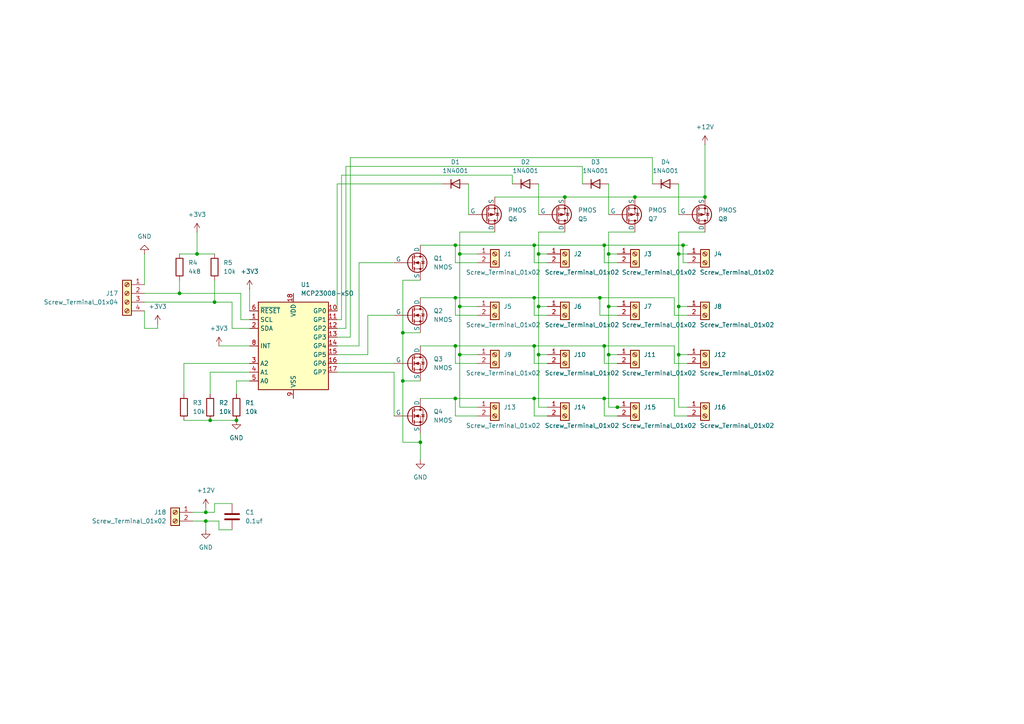
<source format=kicad_sch>
(kicad_sch (version 20250114) (generator "eeschema") (generator_version "9.0")
  (paper "A4")
  (lib_symbols
    (symbol "Connector:Screw_Terminal_01x02" (pin_names (offset 1.016) (hide yes))
      (property "Reference" "J" (at 0 2.54 0))
      (property "Value" "Screw_Terminal_01x02" (at 0 -5.08 0))
      (symbol "Screw_Terminal_01x02_1_1"
        (rectangle (start -1.27 1.27) (end 1.27 -3.81) (stroke (width 0.254)) (fill (type background)))
        (polyline (pts (xy -0.5334 0.3302) (xy 0.3302 -0.508)) (stroke (width 0.1524)))
        (polyline (pts (xy -0.5334 -2.2098) (xy 0.3302 -3.048)) (stroke (width 0.1524)))
        (polyline (pts (xy -0.3556 0.508) (xy 0.508 -0.3302)) (stroke (width 0.1524)))
        (polyline (pts (xy -0.3556 -2.032) (xy 0.508 -2.8702)) (stroke (width 0.1524)))
        (circle (center 0 0) (radius 0.635) (stroke (width 0.1524)))
        (circle (center 0 -2.54) (radius 0.635) (stroke (width 0.1524)))
        (pin passive line (at -5.08 0 0) (length 3.81) (name "Pin_1") (number "1"))
        (pin passive line (at -5.08 -2.54 0) (length 3.81) (name "Pin_2") (number "2"))
      )
    )
    (symbol "Connector:Screw_Terminal_01x04" (pin_names (offset 1.016) (hide yes))
      (property "Reference" "J" (at 0 5.08 0))
      (property "Value" "Screw_Terminal_01x04" (at 0 -7.62 0))
      (symbol "Screw_Terminal_01x04_1_1"
        (rectangle (start -1.27 3.81) (end 1.27 -6.35) (stroke (width 0.254)) (fill (type background)))
        (polyline (pts (xy -0.5334 2.8702) (xy 0.3302 2.032)) (stroke (width 0.1524)))
        (polyline (pts (xy -0.5334 0.3302) (xy 0.3302 -0.508)) (stroke (width 0.1524)))
        (polyline (pts (xy -0.5334 -2.2098) (xy 0.3302 -3.048)) (stroke (width 0.1524)))
        (polyline (pts (xy -0.5334 -4.7498) (xy 0.3302 -5.588)) (stroke (width 0.1524)))
        (polyline (pts (xy -0.3556 3.048) (xy 0.508 2.2098)) (stroke (width 0.1524)))
        (polyline (pts (xy -0.3556 0.508) (xy 0.508 -0.3302)) (stroke (width 0.1524)))
        (polyline (pts (xy -0.3556 -2.032) (xy 0.508 -2.8702)) (stroke (width 0.1524)))
        (polyline (pts (xy -0.3556 -4.572) (xy 0.508 -5.4102)) (stroke (width 0.1524)))
        (circle (center 0 2.54) (radius 0.635) (stroke (width 0.1524)))
        (circle (center 0 0) (radius 0.635) (stroke (width 0.1524)))
        (circle (center 0 -2.54) (radius 0.635) (stroke (width 0.1524)))
        (circle (center 0 -5.08) (radius 0.635) (stroke (width 0.1524)))
        (pin passive line (at -5.08 2.54 0) (length 3.81) (name "Pin_1") (number "1"))
        (pin passive line (at -5.08 0 0) (length 3.81) (name "Pin_2") (number "2"))
        (pin passive line (at -5.08 -2.54 0) (length 3.81) (name "Pin_3") (number "3"))
        (pin passive line (at -5.08 -5.08 0) (length 3.81) (name "Pin_4") (number "4"))
      )
    )
    (symbol "Device:C" (pin_numbers (hide yes)) (pin_names (offset 0.254))
      (property "Reference" "C" (at 0.635 2.54 0))
      (property "Value" "C" (at 0.635 -2.54 0))
      (symbol "C_0_1"
        (polyline (pts (xy -2.032 0.762) (xy 2.032 0.762)) (stroke (width 0.508)))
        (polyline (pts (xy -2.032 -0.762) (xy 2.032 -0.762)) (stroke (width 0.508)))
      )
      (symbol "C_1_1"
        (pin passive line (at 0 3.81 270) (length 2.794) (name "~") (number "1"))
        (pin passive line (at 0 -3.81 90) (length 2.794) (name "~") (number "2"))
      )
    )
    (symbol "Device:R" (pin_numbers (hide yes)) (pin_names (offset 0))
      (property "Reference" "R" (at 2.032 0 90))
      (property "Value" "R" (at 0 0 90))
      (symbol "R_0_1"
        (rectangle (start -1.016 -2.54) (end 1.016 2.54) (stroke (width 0.254)))
      )
      (symbol "R_1_1"
        (pin passive line (at 0 3.81 270) (length 1.27) (name "~") (number "1"))
        (pin passive line (at 0 -3.81 90) (length 1.27) (name "~") (number "2"))
      )
    )
    (symbol "Diode:1N4001" (pin_numbers (hide yes)) (pin_names (hide yes))
      (property "Reference" "D" (at 0 2.54 0))
      (property "Value" "1N4001" (at 0 -2.54 0))
      (symbol "1N4001_0_1"
        (polyline (pts (xy -1.27 1.27) (xy -1.27 -1.27)) (stroke (width 0.254)))
        (polyline (pts (xy 1.27 1.27) (xy 1.27 -1.27) (xy -1.27 0) (xy 1.27 1.27)) (stroke (width 0.254)))
        (polyline (pts (xy 1.27 0) (xy -1.27 0)))
      )
      (symbol "1N4001_1_1"
        (pin passive line (at -3.81 0 0) (length 2.54) (name "K") (number "1"))
        (pin passive line (at 3.81 0 180) (length 2.54) (name "A") (number "2"))
      )
    )
    (symbol "Interface_Expansion:MCP23008-xSO"
      (property "Reference" "U" (at -8.89 13.97 0))
      (property "Value" "MCP23008-xSO" (at 8.89 13.97 0))
      (symbol "MCP23008-xSO_0_1"
        (rectangle (start -10.16 12.7) (end 10.16 -12.7) (stroke (width 0.254)) (fill (type background)))
      )
      (symbol "MCP23008-xSO_1_1"
        (pin input line (at -12.7 10.16 0) (length 2.54) (name "~{RESET}") (number "6"))
        (pin input line (at -12.7 7.62 0) (length 2.54) (name "SCL") (number "1"))
        (pin bidirectional line (at -12.7 5.08 0) (length 2.54) (name "SDA") (number "2"))
        (pin output line (at -12.7 0 0) (length 2.54) (name "INT") (number "8"))
        (pin input line (at -12.7 -5.08 0) (length 2.54) (name "A2") (number "3"))
        (pin input line (at -12.7 -7.62 0) (length 2.54) (name "A1") (number "4"))
        (pin input line (at -12.7 -10.16 0) (length 2.54) (name "A0") (number "5"))
        (pin no_connect line (at -10.16 -2.54 0) (length 2.54) (hide yes) (name "NC") (number "7"))
        (pin power_in line (at 0 15.24 270) (length 2.54) (name "VDD") (number "18"))
        (pin power_in line (at 0 -15.24 90) (length 2.54) (name "VSS") (number "9"))
        (pin bidirectional line (at 12.7 10.16 180) (length 2.54) (name "GP0") (number "10"))
        (pin bidirectional line (at 12.7 7.62 180) (length 2.54) (name "GP1") (number "11"))
        (pin bidirectional line (at 12.7 5.08 180) (length 2.54) (name "GP2") (number "12"))
        (pin bidirectional line (at 12.7 2.54 180) (length 2.54) (name "GP3") (number "13"))
        (pin bidirectional line (at 12.7 0 180) (length 2.54) (name "GP4") (number "14"))
        (pin bidirectional line (at 12.7 -2.54 180) (length 2.54) (name "GP5") (number "15"))
        (pin bidirectional line (at 12.7 -5.08 180) (length 2.54) (name "GP6") (number "16"))
        (pin bidirectional line (at 12.7 -7.62 180) (length 2.54) (name "GP7") (number "17"))
      )
    )
    (symbol "Simulation_SPICE:NMOS" (pin_numbers (hide yes)) (pin_names (offset 0))
      (property "Reference" "Q" (at 5.08 1.27 0))
      (property "Value" "NMOS" (at 5.08 -1.27 0))
      (symbol "NMOS_0_1"
        (polyline (pts (xy 0.254 1.905) (xy 0.254 -1.905)) (stroke (width 0.254)))
        (polyline (pts (xy 0.254 0) (xy -2.54 0)))
        (polyline (pts (xy 0.762 2.286) (xy 0.762 1.27)) (stroke (width 0.254)))
        (polyline (pts (xy 0.762 0.508) (xy 0.762 -0.508)) (stroke (width 0.254)))
        (polyline (pts (xy 0.762 -1.27) (xy 0.762 -2.286)) (stroke (width 0.254)))
        (polyline (pts (xy 0.762 -1.778) (xy 3.302 -1.778) (xy 3.302 1.778) (xy 0.762 1.778)))
        (polyline (pts (xy 1.016 0) (xy 2.032 0.381) (xy 2.032 -0.381) (xy 1.016 0)) (fill (type outline)))
        (circle (center 1.651 0) (radius 2.794) (stroke (width 0.254)))
        (polyline (pts (xy 2.54 2.54) (xy 2.54 1.778)))
        (circle (center 2.54 1.778) (radius 0.254) (fill (type outline)))
        (circle (center 2.54 -1.778) (radius 0.254) (fill (type outline)))
        (polyline (pts (xy 2.54 -2.54) (xy 2.54 0) (xy 0.762 0)))
        (polyline (pts (xy 2.794 0.508) (xy 2.921 0.381) (xy 3.683 0.381) (xy 3.81 0.254)))
        (polyline (pts (xy 3.302 0.381) (xy 2.921 -0.254) (xy 3.683 -0.254) (xy 3.302 0.381)))
      )
      (symbol "NMOS_1_1"
        (pin input line (at -5.08 0 0) (length 2.54) (name "G") (number "2"))
        (pin passive line (at 2.54 5.08 270) (length 2.54) (name "D") (number "1"))
        (pin passive line (at 2.54 -5.08 90) (length 2.54) (name "S") (number "3"))
      )
    )
    (symbol "Simulation_SPICE:PMOS" (pin_numbers (hide yes)) (pin_names (offset 0))
      (property "Reference" "Q" (at 5.08 1.27 0))
      (property "Value" "PMOS" (at 5.08 -1.27 0))
      (symbol "PMOS_0_1"
        (polyline (pts (xy 0.254 1.905) (xy 0.254 -1.905)) (stroke (width 0.254)))
        (polyline (pts (xy 0.254 0) (xy -2.54 0)))
        (polyline (pts (xy 0.762 2.286) (xy 0.762 1.27)) (stroke (width 0.254)))
        (polyline (pts (xy 0.762 1.778) (xy 3.302 1.778) (xy 3.302 -1.778) (xy 0.762 -1.778)))
        (polyline (pts (xy 0.762 0.508) (xy 0.762 -0.508)) (stroke (width 0.254)))
        (polyline (pts (xy 0.762 -1.27) (xy 0.762 -2.286)) (stroke (width 0.254)))
        (circle (center 1.651 0) (radius 2.794) (stroke (width 0.254)))
        (polyline (pts (xy 2.286 0) (xy 1.27 0.381) (xy 1.27 -0.381) (xy 2.286 0)) (fill (type outline)))
        (polyline (pts (xy 2.54 2.54) (xy 2.54 1.778)))
        (circle (center 2.54 1.778) (radius 0.254) (fill (type outline)))
        (circle (center 2.54 -1.778) (radius 0.254) (fill (type outline)))
        (polyline (pts (xy 2.54 -2.54) (xy 2.54 0) (xy 0.762 0)))
        (polyline (pts (xy 2.794 -0.508) (xy 2.921 -0.381) (xy 3.683 -0.381) (xy 3.81 -0.254)))
        (polyline (pts (xy 3.302 -0.381) (xy 2.921 0.254) (xy 3.683 0.254) (xy 3.302 -0.381)))
      )
      (symbol "PMOS_1_1"
        (pin input line (at -5.08 0 0) (length 2.54) (name "G") (number "2"))
        (pin passive line (at 2.54 5.08 270) (length 2.54) (name "D") (number "1"))
        (pin passive line (at 2.54 -5.08 90) (length 2.54) (name "S") (number "3"))
      )
    )
    (symbol "power:+12V" (power) (pin_numbers (hide yes)) (pin_names (offset 0) (hide yes))
      (property "Value" "+12V" (at 0 3.556 0))
      (symbol "+12V_0_1"
        (polyline (pts (xy -0.762 1.27) (xy 0 2.54)))
        (polyline (pts (xy 0 2.54) (xy 0.762 1.27)))
        (polyline (pts (xy 0 0) (xy 0 2.54)))
      )
      (symbol "+12V_1_1"
        (pin power_in line (at 0 0 90) (length 0) (name "~") (number "1"))
      )
    )
    (symbol "power:+3V3" (power) (pin_numbers (hide yes)) (pin_names (offset 0) (hide yes))
      (property "Value" "+3V3" (at 0 3.556 0))
      (symbol "+3V3_0_1"
        (polyline (pts (xy -0.762 1.27) (xy 0 2.54)))
        (polyline (pts (xy 0 2.54) (xy 0.762 1.27)))
        (polyline (pts (xy 0 0) (xy 0 2.54)))
      )
      (symbol "+3V3_1_1"
        (pin power_in line (at 0 0 90) (length 0) (name "~") (number "1"))
      )
    )
    (symbol "power:GND" (power) (pin_numbers (hide yes)) (pin_names (offset 0) (hide yes))
      (property "Value" "GND" (at 0 -3.81 0))
      (symbol "GND_0_1"
        (polyline (pts (xy 0 0) (xy 0 -1.27) (xy 1.27 -1.27) (xy 0 -2.54) (xy -1.27 -1.27) (xy 0 -1.27)))
      )
      (symbol "GND_1_1"
        (pin power_in line (at 0 0 270) (length 0) (name "~") (number "1"))
      )
    )
  )
  (junction (at 57.15 73.66))
  (junction (at 154.94 86.36))
  (junction (at 133.35 73.66))
  (junction (at 133.35 102.87))
  (junction (at 59.69 148.59))
  (junction (at 175.26 71.12))
  (junction (at 156.21 73.66))
  (junction (at 184.15 57.15))
  (junction (at 196.85 102.87))
  (junction (at 175.26 115.57))
  (junction (at 121.92 128.27))
  (junction (at 198.12 71.12))
  (junction (at 196.85 73.66))
  (junction (at 196.85 88.9))
  (junction (at 156.21 102.87))
  (junction (at 68.58 121.92))
  (junction (at 154.94 115.57))
  (junction (at 62.23 87.63))
  (junction (at 156.21 88.9))
  (junction (at 173.99 86.36))
  (junction (at 154.94 71.12))
  (junction (at 175.26 100.33))
  (junction (at 133.35 88.9))
  (junction (at 132.08 71.12))
  (junction (at 116.84 96.52))
  (junction (at 132.08 100.33))
  (junction (at 179.07 118.11))
  (junction (at 132.08 86.36))
  (junction (at 59.69 151.13))
  (junction (at 204.47 57.15))
  (junction (at 176.53 102.87))
  (junction (at 154.94 100.33))
  (junction (at 176.53 73.66))
  (junction (at 52.07 85.09))
  (junction (at 116.84 110.49))
  (junction (at 132.08 115.57))
  (junction (at 60.96 121.92))
  (junction (at 163.83 57.15))
  (junction (at 176.53 88.9))
  (wire (pts (xy 195.58 86.36) (xy 195.58 91.44)))
  (wire (pts (xy 132.08 76.2) (xy 132.08 71.12)))
  (wire (pts (xy 55.88 148.59) (xy 59.69 148.59)))
  (wire (pts (xy 138.43 105.41) (xy 132.08 105.41)))
  (wire (pts (xy 68.58 110.49) (xy 68.58 114.3)))
  (wire (pts (xy 156.21 73.66) (xy 156.21 88.9)))
  (wire (pts (xy 156.21 102.87) (xy 156.21 118.11)))
  (wire (pts (xy 121.92 125.73) (xy 121.92 128.27)))
  (wire (pts (xy 195.58 120.65) (xy 199.39 120.65)))
  (wire (pts (xy 184.15 57.15) (xy 204.47 57.15)))
  (wire (pts (xy 196.85 53.34) (xy 196.85 62.23)))
  (wire (pts (xy 62.23 81.28) (xy 62.23 87.63)))
  (wire (pts (xy 57.15 67.31) (xy 57.15 73.66)))
  (wire (pts (xy 196.85 102.87) (xy 199.39 102.87)))
  (wire (pts (xy 158.75 120.65) (xy 154.94 120.65)))
  (wire (pts (xy 72.39 105.41) (xy 53.34 105.41)))
  (wire (pts (xy 148.59 53.34) (xy 148.59 50.8)))
  (wire (pts (xy 154.94 120.65) (xy 154.94 115.57)))
  (wire (pts (xy 67.31 153.67) (xy 63.5 153.67)))
  (wire (pts (xy 132.08 91.44) (xy 132.08 86.36)))
  (wire (pts (xy 59.69 148.59) (xy 59.69 147.32)))
  (wire (pts (xy 135.89 53.34) (xy 135.89 62.23)))
  (wire (pts (xy 121.92 100.33) (xy 132.08 100.33)))
  (wire (pts (xy 158.75 91.44) (xy 154.94 91.44)))
  (wire (pts (xy 176.53 88.9) (xy 179.07 88.9)))
  (wire (pts (xy 175.26 76.2) (xy 175.26 71.12)))
  (wire (pts (xy 53.34 105.41) (xy 53.34 114.3)))
  (wire (pts (xy 138.43 120.65) (xy 132.08 120.65)))
  (wire (pts (xy 173.99 86.36) (xy 195.58 86.36)))
  (wire (pts (xy 45.72 95.25) (xy 45.72 93.98)))
  (wire (pts (xy 67.31 95.25) (xy 72.39 95.25)))
  (wire (pts (xy 154.94 71.12) (xy 175.26 71.12)))
  (wire (pts (xy 52.07 73.66) (xy 57.15 73.66)))
  (wire (pts (xy 148.59 50.8) (xy 99.06 50.8)))
  (wire (pts (xy 132.08 105.41) (xy 132.08 100.33)))
  (wire (pts (xy 176.53 118.11) (xy 179.07 118.11)))
  (wire (pts (xy 175.26 115.57) (xy 195.58 115.57)))
  (wire (pts (xy 41.91 85.09) (xy 52.07 85.09)))
  (wire (pts (xy 101.6 45.72) (xy 101.6 97.79)))
  (wire (pts (xy 97.79 97.79) (xy 101.6 97.79)))
  (wire (pts (xy 133.35 88.9) (xy 133.35 102.87)))
  (wire (pts (xy 67.31 146.05) (xy 62.23 146.05)))
  (wire (pts (xy 179.07 105.41) (xy 175.26 105.41)))
  (wire (pts (xy 179.07 91.44) (xy 173.99 91.44)))
  (wire (pts (xy 116.84 96.52) (xy 116.84 110.49)))
  (wire (pts (xy 72.39 107.95) (xy 60.96 107.95)))
  (wire (pts (xy 69.85 85.09) (xy 69.85 92.71)))
  (wire (pts (xy 116.84 81.28) (xy 116.84 96.52)))
  (wire (pts (xy 189.23 45.72) (xy 101.6 45.72)))
  (wire (pts (xy 156.21 53.34) (xy 156.21 62.23)))
  (wire (pts (xy 195.58 115.57) (xy 195.58 120.65)))
  (wire (pts (xy 121.92 115.57) (xy 132.08 115.57)))
  (wire (pts (xy 156.21 67.31) (xy 156.21 73.66)))
  (wire (pts (xy 128.27 53.34) (xy 97.79 53.34)))
  (wire (pts (xy 175.26 105.41) (xy 175.26 100.33)))
  (wire (pts (xy 72.39 83.82) (xy 72.39 90.17)))
  (wire (pts (xy 176.53 67.31) (xy 184.15 67.31)))
  (wire (pts (xy 59.69 151.13) (xy 59.69 153.67)))
  (wire (pts (xy 176.53 73.66) (xy 176.53 88.9)))
  (wire (pts (xy 163.83 57.15) (xy 184.15 57.15)))
  (wire (pts (xy 133.35 102.87) (xy 138.43 102.87)))
  (wire (pts (xy 154.94 115.57) (xy 175.26 115.57)))
  (wire (pts (xy 114.3 91.44) (xy 106.68 91.44)))
  (wire (pts (xy 168.91 53.34) (xy 168.91 48.26)))
  (wire (pts (xy 195.58 100.33) (xy 195.58 105.41)))
  (wire (pts (xy 143.51 57.15) (xy 163.83 57.15)))
  (wire (pts (xy 176.53 88.9) (xy 176.53 102.87)))
  (wire (pts (xy 63.5 100.33) (xy 72.39 100.33)))
  (wire (pts (xy 72.39 110.49) (xy 68.58 110.49)))
  (wire (pts (xy 41.91 87.63) (xy 62.23 87.63)))
  (wire (pts (xy 138.43 76.2) (xy 132.08 76.2)))
  (wire (pts (xy 196.85 67.31) (xy 196.85 73.66)))
  (wire (pts (xy 97.79 105.41) (xy 114.3 105.41)))
  (wire (pts (xy 97.79 102.87) (xy 106.68 102.87)))
  (wire (pts (xy 196.85 118.11) (xy 199.39 118.11)))
  (wire (pts (xy 154.94 76.2) (xy 154.94 71.12)))
  (wire (pts (xy 99.06 50.8) (xy 99.06 92.71)))
  (wire (pts (xy 132.08 120.65) (xy 132.08 115.57)))
  (wire (pts (xy 63.5 153.67) (xy 63.5 151.13)))
  (wire (pts (xy 116.84 110.49) (xy 116.84 128.27)))
  (wire (pts (xy 121.92 71.12) (xy 132.08 71.12)))
  (wire (pts (xy 154.94 91.44) (xy 154.94 86.36)))
  (wire (pts (xy 154.94 105.41) (xy 154.94 100.33)))
  (wire (pts (xy 156.21 73.66) (xy 158.75 73.66)))
  (wire (pts (xy 168.91 48.26) (xy 100.33 48.26)))
  (wire (pts (xy 176.53 102.87) (xy 179.07 102.87)))
  (wire (pts (xy 196.85 102.87) (xy 196.85 118.11)))
  (wire (pts (xy 156.21 88.9) (xy 158.75 88.9)))
  (wire (pts (xy 114.3 76.2) (xy 104.14 76.2)))
  (wire (pts (xy 121.92 81.28) (xy 116.84 81.28)))
  (wire (pts (xy 97.79 53.34) (xy 97.79 90.17)))
  (wire (pts (xy 133.35 88.9) (xy 138.43 88.9)))
  (wire (pts (xy 196.85 88.9) (xy 199.39 88.9)))
  (wire (pts (xy 133.35 118.11) (xy 138.43 118.11)))
  (wire (pts (xy 158.75 76.2) (xy 154.94 76.2)))
  (wire (pts (xy 204.47 67.31) (xy 196.85 67.31)))
  (wire (pts (xy 156.21 102.87) (xy 158.75 102.87)))
  (wire (pts (xy 158.75 105.41) (xy 154.94 105.41)))
  (wire (pts (xy 114.3 120.65) (xy 114.3 107.95)))
  (wire (pts (xy 133.35 102.87) (xy 133.35 118.11)))
  (wire (pts (xy 195.58 105.41) (xy 199.39 105.41)))
  (wire (pts (xy 100.33 48.26) (xy 100.33 95.25)))
  (wire (pts (xy 97.79 92.71) (xy 99.06 92.71)))
  (wire (pts (xy 97.79 100.33) (xy 104.14 100.33)))
  (wire (pts (xy 62.23 146.05) (xy 62.23 148.59)))
  (wire (pts (xy 175.26 100.33) (xy 195.58 100.33)))
  (wire (pts (xy 176.53 53.34) (xy 176.53 62.23)))
  (wire (pts (xy 121.92 110.49) (xy 116.84 110.49)))
  (wire (pts (xy 175.26 71.12) (xy 198.12 71.12)))
  (wire (pts (xy 45.72 95.25) (xy 41.91 95.25)))
  (wire (pts (xy 199.39 76.2) (xy 198.12 76.2)))
  (wire (pts (xy 154.94 86.36) (xy 173.99 86.36)))
  (wire (pts (xy 57.15 73.66) (xy 62.23 73.66)))
  (wire (pts (xy 179.07 120.65) (xy 175.26 120.65)))
  (wire (pts (xy 133.35 73.66) (xy 138.43 73.66)))
  (wire (pts (xy 97.79 95.25) (xy 100.33 95.25)))
  (wire (pts (xy 104.14 76.2) (xy 104.14 100.33)))
  (wire (pts (xy 196.85 73.66) (xy 196.85 88.9)))
  (wire (pts (xy 204.47 41.91) (xy 204.47 57.15)))
  (wire (pts (xy 133.35 73.66) (xy 133.35 88.9)))
  (wire (pts (xy 196.85 73.66) (xy 199.39 73.66)))
  (wire (pts (xy 176.53 67.31) (xy 176.53 73.66)))
  (wire (pts (xy 143.51 67.31) (xy 133.35 67.31)))
  (wire (pts (xy 53.34 121.92) (xy 60.96 121.92)))
  (wire (pts (xy 163.83 67.31) (xy 156.21 67.31)))
  (wire (pts (xy 179.07 76.2) (xy 175.26 76.2)))
  (wire (pts (xy 106.68 91.44) (xy 106.68 102.87)))
  (wire (pts (xy 156.21 118.11) (xy 158.75 118.11)))
  (wire (pts (xy 176.53 102.87) (xy 176.53 118.11)))
  (wire (pts (xy 63.5 151.13) (xy 59.69 151.13)))
  (wire (pts (xy 173.99 91.44) (xy 173.99 86.36)))
  (wire (pts (xy 132.08 86.36) (xy 154.94 86.36)))
  (wire (pts (xy 196.85 88.9) (xy 196.85 102.87)))
  (wire (pts (xy 41.91 95.25) (xy 41.91 90.17)))
  (wire (pts (xy 52.07 85.09) (xy 69.85 85.09)))
  (wire (pts (xy 60.96 107.95) (xy 60.96 114.3)))
  (wire (pts (xy 67.31 87.63) (xy 67.31 95.25)))
  (wire (pts (xy 60.96 121.92) (xy 68.58 121.92)))
  (wire (pts (xy 121.92 96.52) (xy 116.84 96.52)))
  (wire (pts (xy 195.58 91.44) (xy 199.39 91.44)))
  (wire (pts (xy 121.92 128.27) (xy 121.92 133.35)))
  (wire (pts (xy 132.08 100.33) (xy 154.94 100.33)))
  (wire (pts (xy 154.94 100.33) (xy 175.26 100.33)))
  (wire (pts (xy 62.23 87.63) (xy 67.31 87.63)))
  (wire (pts (xy 121.92 86.36) (xy 132.08 86.36)))
  (wire (pts (xy 41.91 73.66) (xy 41.91 82.55)))
  (wire (pts (xy 55.88 151.13) (xy 59.69 151.13)))
  (wire (pts (xy 62.23 148.59) (xy 59.69 148.59)))
  (wire (pts (xy 198.12 76.2) (xy 198.12 71.12)))
  (wire (pts (xy 179.07 118.11) (xy 180.34 118.11)))
  (wire (pts (xy 132.08 115.57) (xy 154.94 115.57)))
  (wire (pts (xy 69.85 92.71) (xy 72.39 92.71)))
  (wire (pts (xy 133.35 67.31) (xy 133.35 73.66)))
  (wire (pts (xy 132.08 71.12) (xy 154.94 71.12)))
  (wire (pts (xy 138.43 91.44) (xy 132.08 91.44)))
  (wire (pts (xy 97.79 107.95) (xy 114.3 107.95)))
  (wire (pts (xy 189.23 53.34) (xy 189.23 45.72)))
  (wire (pts (xy 176.53 73.66) (xy 179.07 73.66)))
  (wire (pts (xy 198.12 71.12) (xy 199.39 71.12)))
  (wire (pts (xy 156.21 88.9) (xy 156.21 102.87)))
  (wire (pts (xy 175.26 120.65) (xy 175.26 115.57)))
  (wire (pts (xy 52.07 81.28) (xy 52.07 85.09)))
  (wire (pts (xy 116.84 128.27) (xy 121.92 128.27)))
  (symbol (lib_id "power:+3V3") (at 57.15 67.31 0) (unit 1)
    (property "Reference" "#PWR06" (effects (hide yes)))
    (property "Value" "+3V3" (at 57.15 62.23 0))
    (property "Description" "Power symbol creates a global label with name \"+3V3\"" (effects (hide yes)))
  )
  (symbol (lib_id "Connector:Screw_Terminal_01x02") (at 204.47 118.11 0) (unit 1)
    (property "Reference" "J16" (at 207.01 118.1099 0) (effects (justify left)))
    (property "Value" "Screw_Terminal_01x02" (at 202.946 123.444 0) (effects (justify left)))
    (property "Description" "Generic screw terminal, single row, 01x02, script generated (kicad-library-utils/schlib/autogen/connector/)" (effects (hide yes)))
  )
  (symbol (lib_id "power:+3V3") (at 72.39 83.82 0) (unit 1)
    (property "Reference" "#PWR07" (effects (hide yes)))
    (property "Value" "+3V3" (at 72.39 78.74 0))
    (property "Description" "Power symbol creates a global label with name \"+3V3\"" (effects (hide yes)))
  )
  (symbol (lib_id "Diode:1N4001") (at 132.08 53.34 0) (unit 1)
    (property "Reference" "D1" (at 132.08 46.99 0))
    (property "Value" "1N4001" (at 132.08 49.53 0))
    (property "Footprint" "Diode_THT:D_DO-41_SOD81_P10.16mm_Horizontal" (effects (hide yes)))
    (property "Datasheet" "http://www.vishay.com/docs/88503/1n4001.pdf" (effects (hide yes)))
    (property "Description" "50V 1A General Purpose Rectifier Diode, DO-41" (effects (hide yes)))
    (property "Sim.Device" "D" (effects (hide yes)))
    (property "Sim.Pins" "1=K 2=A" (effects (hide yes)))
  )
  (symbol (lib_id "Device:R") (at 52.07 77.47 0) (unit 1)
    (property "Reference" "R4" (at 54.61 76.1999 0) (effects (justify left)))
    (property "Value" "4k8" (at 54.61 78.7399 0) (effects (justify left)))
    (property "Description" "Resistor" (effects (hide yes)))
  )
  (symbol (lib_id "Simulation_SPICE:PMOS") (at 201.93 62.23 0) (mirror x) (unit 1)
    (property "Reference" "Q8" (at 208.28 63.5001 0) (effects (justify left)))
    (property "Value" "PMOS" (at 208.28 60.9601 0) (effects (justify left)))
    (property "Datasheet" "https://ngspice.sourceforge.io/docs/ngspice-html-manual/manual.xhtml#cha_MOSFETs" (effects (hide yes)))
    (property "Description" "P-MOSFET transistor, drain/source/gate" (effects (hide yes)))
    (property "Sim.Device" "PMOS" (effects (hide yes)))
    (property "Sim.Type" "VDMOS" (effects (hide yes)))
    (property "Sim.Pins" "1=D 2=G 3=S" (effects (hide yes)))
  )
  (symbol (lib_id "power:+12V") (at 204.47 41.91 0) (unit 1)
    (property "Reference" "#PWR02" (effects (hide yes)))
    (property "Value" "+12V" (at 204.47 36.83 0))
    (property "Description" "Power symbol creates a global label with name \"+12V\"" (effects (hide yes)))
  )
  (symbol (lib_id "Diode:1N4001") (at 172.72 53.34 0) (unit 1)
    (property "Reference" "D3" (at 172.72 46.99 0))
    (property "Value" "1N4001" (at 172.72 49.53 0))
    (property "Footprint" "Diode_THT:D_DO-41_SOD81_P10.16mm_Horizontal" (effects (hide yes)))
    (property "Datasheet" "http://www.vishay.com/docs/88503/1n4001.pdf" (effects (hide yes)))
    (property "Description" "50V 1A General Purpose Rectifier Diode, DO-41" (effects (hide yes)))
    (property "Sim.Device" "D" (effects (hide yes)))
    (property "Sim.Pins" "1=K 2=A" (effects (hide yes)))
  )
  (symbol (lib_id "Connector:Screw_Terminal_01x02") (at 204.47 73.66 0) (unit 1)
    (property "Reference" "J4" (at 207.01 73.6599 0) (effects (justify left)))
    (property "Value" "Screw_Terminal_01x02" (at 202.946 78.994 0) (effects (justify left)))
    (property "Description" "Generic screw terminal, single row, 01x02, script generated (kicad-library-utils/schlib/autogen/connector/)" (effects (hide yes)))
  )
  (symbol (lib_id "Connector:Screw_Terminal_01x02") (at 184.15 118.11 0) (unit 1)
    (property "Reference" "J15" (at 186.69 118.1099 0) (effects (justify left)))
    (property "Value" "Screw_Terminal_01x02" (at 180.34 123.444 0) (effects (justify left)))
    (property "Description" "Generic screw terminal, single row, 01x02, script generated (kicad-library-utils/schlib/autogen/connector/)" (effects (hide yes)))
  )
  (symbol (lib_id "Simulation_SPICE:NMOS") (at 119.38 91.44 0) (unit 1)
    (property "Reference" "Q2" (at 125.73 90.1699 0) (effects (justify left)))
    (property "Value" "NMOS" (at 125.73 92.7099 0) (effects (justify left)))
    (property "Datasheet" "https://ngspice.sourceforge.io/docs/ngspice-html-manual/manual.xhtml#cha_MOSFETs" (effects (hide yes)))
    (property "Description" "N-MOSFET transistor, drain/source/gate" (effects (hide yes)))
    (property "Sim.Device" "NMOS" (effects (hide yes)))
    (property "Sim.Type" "VDMOS" (effects (hide yes)))
    (property "Sim.Pins" "1=D 2=G 3=S" (effects (hide yes)))
  )
  (symbol (lib_id "Connector:Screw_Terminal_01x02") (at 184.15 88.9 0) (unit 1)
    (property "Reference" "J7" (at 186.69 88.8999 0) (effects (justify left)))
    (property "Value" "Screw_Terminal_01x02" (at 180.34 94.234 0) (effects (justify left)))
    (property "Description" "Generic screw terminal, single row, 01x02, script generated (kicad-library-utils/schlib/autogen/connector/)" (effects (hide yes)))
  )
  (symbol (lib_id "Simulation_SPICE:PMOS") (at 161.29 62.23 0) (mirror x) (unit 1)
    (property "Reference" "Q5" (at 167.64 63.5001 0) (effects (justify left)))
    (property "Value" "PMOS" (at 167.64 60.9601 0) (effects (justify left)))
    (property "Datasheet" "https://ngspice.sourceforge.io/docs/ngspice-html-manual/manual.xhtml#cha_MOSFETs" (effects (hide yes)))
    (property "Description" "P-MOSFET transistor, drain/source/gate" (effects (hide yes)))
    (property "Sim.Device" "PMOS" (effects (hide yes)))
    (property "Sim.Type" "VDMOS" (effects (hide yes)))
    (property "Sim.Pins" "1=D 2=G 3=S" (effects (hide yes)))
  )
  (symbol (lib_id "Connector:Screw_Terminal_01x02") (at 143.51 118.11 0) (unit 1)
    (property "Reference" "J13" (at 146.05 118.1099 0) (effects (justify left)))
    (property "Value" "Screw_Terminal_01x02" (at 135.128 123.444 0) (effects (justify left)))
    (property "Description" "Generic screw terminal, single row, 01x02, script generated (kicad-library-utils/schlib/autogen/connector/)" (effects (hide yes)))
  )
  (symbol (lib_id "Connector:Screw_Terminal_01x02") (at 143.51 88.9 0) (unit 1)
    (property "Reference" "J5" (at 146.05 88.8999 0) (effects (justify left)))
    (property "Value" "Screw_Terminal_01x02" (at 135.128 94.234 0) (effects (justify left)))
    (property "Description" "Generic screw terminal, single row, 01x02, script generated (kicad-library-utils/schlib/autogen/connector/)" (effects (hide yes)))
  )
  (symbol (lib_id "Simulation_SPICE:PMOS") (at 181.61 62.23 0) (mirror x) (unit 1)
    (property "Reference" "Q7" (at 187.96 63.5001 0) (effects (justify left)))
    (property "Value" "PMOS" (at 187.96 60.9601 0) (effects (justify left)))
    (property "Datasheet" "https://ngspice.sourceforge.io/docs/ngspice-html-manual/manual.xhtml#cha_MOSFETs" (effects (hide yes)))
    (property "Description" "P-MOSFET transistor, drain/source/gate" (effects (hide yes)))
    (property "Sim.Device" "PMOS" (effects (hide yes)))
    (property "Sim.Type" "VDMOS" (effects (hide yes)))
    (property "Sim.Pins" "1=D 2=G 3=S" (effects (hide yes)))
  )
  (symbol (lib_id "Simulation_SPICE:NMOS") (at 119.38 120.65 0) (unit 1)
    (property "Reference" "Q4" (at 125.73 119.3799 0) (effects (justify left)))
    (property "Value" "NMOS" (at 125.73 121.9199 0) (effects (justify left)))
    (property "Datasheet" "https://ngspice.sourceforge.io/docs/ngspice-html-manual/manual.xhtml#cha_MOSFETs" (effects (hide yes)))
    (property "Description" "N-MOSFET transistor, drain/source/gate" (effects (hide yes)))
    (property "Sim.Device" "NMOS" (effects (hide yes)))
    (property "Sim.Type" "VDMOS" (effects (hide yes)))
    (property "Sim.Pins" "1=D 2=G 3=S" (effects (hide yes)))
  )
  (symbol (lib_id "Connector:Screw_Terminal_01x02") (at 163.83 118.11 0) (unit 1)
    (property "Reference" "J14" (at 166.37 118.1099 0) (effects (justify left)))
    (property "Value" "Screw_Terminal_01x02" (at 157.988 123.444 0) (effects (justify left)))
    (property "Description" "Generic screw terminal, single row, 01x02, script generated (kicad-library-utils/schlib/autogen/connector/)" (effects (hide yes)))
  )
  (symbol (lib_id "Connector:Screw_Terminal_01x02") (at 184.15 73.66 0) (unit 1)
    (property "Reference" "J3" (at 186.69 73.6599 0) (effects (justify left)))
    (property "Value" "Screw_Terminal_01x02" (at 180.34 78.994 0) (effects (justify left)))
    (property "Description" "Generic screw terminal, single row, 01x02, script generated (kicad-library-utils/schlib/autogen/connector/)" (effects (hide yes)))
  )
  (symbol (lib_id "Device:R") (at 68.58 118.11 0) (unit 1)
    (property "Reference" "R1" (at 71.12 116.8399 0) (effects (justify left)))
    (property "Value" "10k" (at 71.12 119.3799 0) (effects (justify left)))
    (property "Description" "Resistor" (effects (hide yes)))
  )
  (symbol (lib_id "power:GND") (at 68.58 121.92 0) (unit 1)
    (property "Reference" "#PWR03" (effects (hide yes)))
    (property "Value" "GND" (at 68.58 127 0))
    (property "Description" "Power symbol creates a global label with name \"GND\" , ground" (effects (hide yes)))
  )
  (symbol (lib_id "power:+12V") (at 59.69 147.32 0) (unit 1)
    (property "Reference" "#PWR09" (effects (hide yes)))
    (property "Value" "+12V" (at 59.69 142.24 0))
    (property "Description" "Power symbol creates a global label with name \"+12V\"" (effects (hide yes)))
  )
  (symbol (lib_id "Connector:Screw_Terminal_01x02") (at 204.47 88.9 0) (unit 1)
    (property "Reference" "J8" (at 207.01 88.8999 0) (effects (justify left)))
    (property "Value" "Screw_Terminal_01x02" (at 202.946 94.234 0) (effects (justify left)))
    (property "Description" "Generic screw terminal, single row, 01x02, script generated (kicad-library-utils/schlib/autogen/connector/)" (effects (hide yes)))
  )
  (symbol (lib_id "Connector:Screw_Terminal_01x02") (at 184.15 102.87 0) (unit 1)
    (property "Reference" "J11" (at 186.69 102.8699 0) (effects (justify left)))
    (property "Value" "Screw_Terminal_01x02" (at 180.34 108.204 0) (effects (justify left)))
    (property "Description" "Generic screw terminal, single row, 01x02, script generated (kicad-library-utils/schlib/autogen/connector/)" (effects (hide yes)))
  )
  (symbol (lib_id "Connector:Screw_Terminal_01x02") (at 143.51 73.66 0) (unit 1)
    (property "Reference" "J1" (at 146.05 73.6599 0) (effects (justify left)))
    (property "Value" "Screw_Terminal_01x02" (at 135.128 78.994 0) (effects (justify left)))
    (property "Description" "Generic screw terminal, single row, 01x02, script generated (kicad-library-utils/schlib/autogen/connector/)" (effects (hide yes)))
  )
  (symbol (lib_id "Device:R") (at 62.23 77.47 0) (unit 1)
    (property "Reference" "R5" (at 64.77 76.1999 0) (effects (justify left)))
    (property "Value" "10k" (at 64.77 78.7399 0) (effects (justify left)))
    (property "Description" "Resistor" (effects (hide yes)))
  )
  (symbol (lib_id "Device:R") (at 53.34 118.11 0) (unit 1)
    (property "Reference" "R3" (at 55.88 116.8399 0) (effects (justify left)))
    (property "Value" "10k" (at 55.88 119.3799 0) (effects (justify left)))
    (property "Description" "Resistor" (effects (hide yes)))
  )
  (symbol (lib_id "power:+3V3") (at 63.5 100.33 0) (unit 1)
    (property "Reference" "#PWR08" (effects (hide yes)))
    (property "Value" "+3V3" (at 63.5 95.25 0))
    (property "Description" "Power symbol creates a global label with name \"+3V3\"" (effects (hide yes)))
  )
  (symbol (lib_id "Diode:1N4001") (at 193.04 53.34 0) (unit 1)
    (property "Reference" "D4" (at 193.04 46.99 0))
    (property "Value" "1N4001" (at 193.04 49.53 0))
    (property "Footprint" "Diode_THT:D_DO-41_SOD81_P10.16mm_Horizontal" (effects (hide yes)))
    (property "Datasheet" "http://www.vishay.com/docs/88503/1n4001.pdf" (effects (hide yes)))
    (property "Description" "50V 1A General Purpose Rectifier Diode, DO-41" (effects (hide yes)))
    (property "Sim.Device" "D" (effects (hide yes)))
    (property "Sim.Pins" "1=K 2=A" (effects (hide yes)))
  )
  (symbol (lib_id "Connector:Screw_Terminal_01x02") (at 50.8 148.59 0) (mirror y) (unit 1)
    (property "Reference" "J18" (at 48.26 148.5899 0) (effects (justify left)))
    (property "Value" "Screw_Terminal_01x02" (at 48.26 151.1299 0) (effects (justify left)))
    (property "Description" "Generic screw terminal, single row, 01x02, script generated (kicad-library-utils/schlib/autogen/connector/)" (effects (hide yes)))
  )
  (symbol (lib_id "Interface_Expansion:MCP23008-xSO") (at 85.09 100.33 0) (unit 1)
    (property "Reference" "U1" (at 87.2333 82.55 0) (effects (justify left)))
    (property "Value" "MCP23008-xSO" (at 87.2333 85.09 0) (effects (justify left)))
    (property "Footprint" "Package_SO:SOIC-18W_7.5x11.6mm_P1.27mm" (effects (hide yes)))
    (property "Datasheet" "http://ww1.microchip.com/downloads/en/DeviceDoc/MCP23008-MCP23S08-Data-Sheet-20001919F.pdf" (effects (hide yes)))
    (property "Description" "8-bit I/O expander, I2C, interrupts, SOIC-18" (effects (hide yes)))
  )
  (symbol (lib_id "Device:C") (at 67.31 149.86 0) (unit 1)
    (property "Reference" "C1" (at 71.12 148.5899 0) (effects (justify left)))
    (property "Value" "0.1uf" (at 71.12 151.1299 0) (effects (justify left)))
    (property "Description" "Unpolarized capacitor" (effects (hide yes)))
  )
  (symbol (lib_id "Simulation_SPICE:PMOS") (at 140.97 62.23 0) (mirror x) (unit 1)
    (property "Reference" "Q6" (at 147.32 63.5001 0) (effects (justify left)))
    (property "Value" "PMOS" (at 147.32 60.9601 0) (effects (justify left)))
    (property "Datasheet" "https://ngspice.sourceforge.io/docs/ngspice-html-manual/manual.xhtml#cha_MOSFETs" (effects (hide yes)))
    (property "Description" "P-MOSFET transistor, drain/source/gate" (effects (hide yes)))
    (property "Sim.Device" "PMOS" (effects (hide yes)))
    (property "Sim.Type" "VDMOS" (effects (hide yes)))
    (property "Sim.Pins" "1=D 2=G 3=S" (effects (hide yes)))
  )
  (symbol (lib_id "power:GND") (at 59.69 153.67 0) (unit 1)
    (property "Reference" "#PWR010" (effects (hide yes)))
    (property "Value" "GND" (at 59.69 158.75 0))
    (property "Description" "Power symbol creates a global label with name \"GND\" , ground" (effects (hide yes)))
  )
  (symbol (lib_id "Device:R") (at 60.96 118.11 0) (unit 1)
    (property "Reference" "R2" (at 63.5 116.8399 0) (effects (justify left)))
    (property "Value" "10k" (at 63.5 119.3799 0) (effects (justify left)))
    (property "Description" "Resistor" (effects (hide yes)))
  )
  (symbol (lib_id "power:GND") (at 121.92 133.35 0) (unit 1)
    (property "Reference" "#PWR01" (effects (hide yes)))
    (property "Value" "GND" (at 121.92 138.43 0))
    (property "Description" "Power symbol creates a global label with name \"GND\" , ground" (effects (hide yes)))
  )
  (symbol (lib_id "Connector:Screw_Terminal_01x02") (at 163.83 73.66 0) (unit 1)
    (property "Reference" "J2" (at 166.37 73.6599 0) (effects (justify left)))
    (property "Value" "Screw_Terminal_01x02" (at 157.988 78.994 0) (effects (justify left)))
    (property "Description" "Generic screw terminal, single row, 01x02, script generated (kicad-library-utils/schlib/autogen/connector/)" (effects (hide yes)))
  )
  (symbol (lib_id "Diode:1N4001") (at 152.4 53.34 0) (unit 1)
    (property "Reference" "D2" (at 152.4 46.99 0))
    (property "Value" "1N4001" (at 152.4 49.53 0))
    (property "Footprint" "Diode_THT:D_DO-41_SOD81_P10.16mm_Horizontal" (effects (hide yes)))
    (property "Datasheet" "http://www.vishay.com/docs/88503/1n4001.pdf" (effects (hide yes)))
    (property "Description" "50V 1A General Purpose Rectifier Diode, DO-41" (effects (hide yes)))
    (property "Sim.Device" "D" (effects (hide yes)))
    (property "Sim.Pins" "1=K 2=A" (effects (hide yes)))
  )
  (symbol (lib_id "Connector:Screw_Terminal_01x02") (at 163.83 102.87 0) (unit 1)
    (property "Reference" "J10" (at 166.37 102.8699 0) (effects (justify left)))
    (property "Value" "Screw_Terminal_01x02" (at 157.988 108.204 0) (effects (justify left)))
    (property "Description" "Generic screw terminal, single row, 01x02, script generated (kicad-library-utils/schlib/autogen/connector/)" (effects (hide yes)))
  )
  (symbol (lib_id "Connector:Screw_Terminal_01x02") (at 143.51 102.87 0) (unit 1)
    (property "Reference" "J9" (at 146.05 102.8699 0) (effects (justify left)))
    (property "Value" "Screw_Terminal_01x02" (at 135.128 108.204 0) (effects (justify left)))
    (property "Description" "Generic screw terminal, single row, 01x02, script generated (kicad-library-utils/schlib/autogen/connector/)" (effects (hide yes)))
  )
  (symbol (lib_id "Connector:Screw_Terminal_01x02") (at 163.83 88.9 0) (unit 1)
    (property "Reference" "J6" (at 166.37 88.8999 0) (effects (justify left)))
    (property "Value" "Screw_Terminal_01x02" (at 157.988 94.234 0) (effects (justify left)))
    (property "Description" "Generic screw terminal, single row, 01x02, script generated (kicad-library-utils/schlib/autogen/connector/)" (effects (hide yes)))
  )
  (symbol (lib_id "power:+3V3") (at 45.72 93.98 0) (unit 1)
    (property "Reference" "#PWR04" (effects (hide yes)))
    (property "Value" "+3V3" (at 45.72 88.9 0))
    (property "Description" "Power symbol creates a global label with name \"+3V3\"" (effects (hide yes)))
  )
  (symbol (lib_id "Simulation_SPICE:NMOS") (at 119.38 76.2 0) (unit 1)
    (property "Reference" "Q1" (at 125.73 74.9299 0) (effects (justify left)))
    (property "Value" "NMOS" (at 125.73 77.4699 0) (effects (justify left)))
    (property "Datasheet" "https://ngspice.sourceforge.io/docs/ngspice-html-manual/manual.xhtml#cha_MOSFETs" (effects (hide yes)))
    (property "Description" "N-MOSFET transistor, drain/source/gate" (effects (hide yes)))
    (property "Sim.Device" "NMOS" (effects (hide yes)))
    (property "Sim.Type" "VDMOS" (effects (hide yes)))
    (property "Sim.Pins" "1=D 2=G 3=S" (effects (hide yes)))
  )
  (symbol (lib_id "Connector:Screw_Terminal_01x02") (at 204.47 102.87 0) (unit 1)
    (property "Reference" "J12" (at 207.01 102.8699 0) (effects (justify left)))
    (property "Value" "Screw_Terminal_01x02" (at 202.946 108.204 0) (effects (justify left)))
    (property "Description" "Generic screw terminal, single row, 01x02, script generated (kicad-library-utils/schlib/autogen/connector/)" (effects (hide yes)))
  )
  (symbol (lib_id "power:GND") (at 41.91 73.66 0) (mirror x) (unit 1)
    (property "Reference" "#PWR05" (effects (hide yes)))
    (property "Value" "GND" (at 41.91 68.58 0))
    (property "Description" "Power symbol creates a global label with name \"GND\" , ground" (effects (hide yes)))
  )
  (symbol (lib_id "Connector:Screw_Terminal_01x04") (at 36.83 85.09 0) (mirror y) (unit 1)
    (property "Reference" "J17" (at 34.29 85.0899 0) (effects (justify left)))
    (property "Value" "Screw_Terminal_01x04" (at 34.29 87.6299 0) (effects (justify left)))
    (property "Description" "Generic screw terminal, single row, 01x04, script generated (kicad-library-utils/schlib/autogen/connector/)" (effects (hide yes)))
  )
  (symbol (lib_id "Simulation_SPICE:NMOS") (at 119.38 105.41 0) (unit 1)
    (property "Reference" "Q3" (at 125.73 104.1399 0) (effects (justify left)))
    (property "Value" "NMOS" (at 125.73 106.6799 0) (effects (justify left)))
    (property "Datasheet" "https://ngspice.sourceforge.io/docs/ngspice-html-manual/manual.xhtml#cha_MOSFETs" (effects (hide yes)))
    (property "Description" "N-MOSFET transistor, drain/source/gate" (effects (hide yes)))
    (property "Sim.Device" "NMOS" (effects (hide yes)))
    (property "Sim.Type" "VDMOS" (effects (hide yes)))
    (property "Sim.Pins" "1=D 2=G 3=S" (effects (hide yes)))
  )
)
</source>
